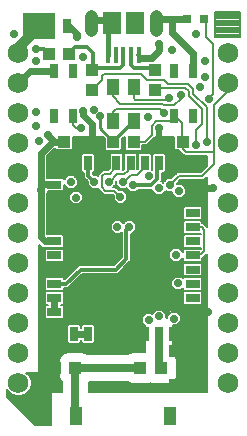
<source format=gtl>
G75*
G70*
%OFA0B0*%
%FSLAX24Y24*%
%IPPOS*%
%LPD*%
%AMOC8*
5,1,8,0,0,1.08239X$1,22.5*
%
%ADD10R,0.0433X0.0394*%
%ADD11R,0.0157X0.0531*%
%ADD12R,0.0591X0.0748*%
%ADD13C,0.0433*%
%ADD14R,0.0472X0.0472*%
%ADD15R,0.0472X0.0276*%
%ADD16R,0.0276X0.0472*%
%ADD17R,0.0945X0.0748*%
%ADD18R,0.0256X0.0492*%
%ADD19R,0.0394X0.0433*%
%ADD20R,0.0315X0.0315*%
%ADD21R,0.0433X0.0551*%
%ADD22R,0.0709X0.0413*%
%ADD23R,0.0413X0.0394*%
%ADD24R,0.0394X0.0591*%
%ADD25C,0.0690*%
%ADD26R,0.1050X0.0900*%
%ADD27R,0.0300X0.0500*%
%ADD28C,0.0278*%
%ADD29C,0.0080*%
%ADD30C,0.0060*%
%ADD31C,0.0240*%
%ADD32C,0.0200*%
%ADD33C,0.0160*%
%ADD34C,0.0320*%
%ADD35C,0.0120*%
%ADD36C,0.0100*%
%ADD37C,0.0250*%
D10*
X002958Y002255D03*
X003627Y002255D03*
X005808Y002255D03*
X006477Y002255D03*
X006558Y009805D03*
X007227Y009805D03*
X006293Y011520D03*
X006293Y012190D03*
X004193Y012190D03*
X004193Y011520D03*
X003927Y009805D03*
X003258Y009805D03*
D11*
X004731Y012702D03*
X004987Y012702D03*
X005243Y012702D03*
X005499Y012702D03*
X005755Y012702D03*
D12*
X005637Y013755D03*
X004849Y013751D03*
D13*
X004150Y013538D02*
X004150Y013972D01*
X006335Y013972D02*
X006335Y013538D01*
D14*
X007546Y009098D03*
X007546Y003389D03*
X002940Y003389D03*
X002940Y009098D03*
D15*
X002940Y008369D03*
X002940Y007897D03*
X002940Y007424D03*
X002940Y006952D03*
X002940Y006479D03*
X002940Y006007D03*
X002940Y005535D03*
X002940Y005062D03*
X002940Y004590D03*
X002940Y004117D03*
X007546Y004117D03*
X007546Y004590D03*
X007546Y005062D03*
X007546Y005535D03*
X007546Y006007D03*
X007546Y006479D03*
X007546Y006952D03*
X007546Y007424D03*
X007546Y007897D03*
X007546Y008369D03*
D16*
X006896Y009098D03*
X006424Y009098D03*
X005951Y009098D03*
X005479Y009098D03*
X005007Y009098D03*
X004534Y009098D03*
X004062Y009098D03*
X003589Y009098D03*
X003589Y003389D03*
X004062Y003389D03*
X004534Y003389D03*
X005007Y003389D03*
X005479Y003389D03*
X005951Y003389D03*
X006424Y003389D03*
X006896Y003389D03*
D17*
X006089Y004826D03*
X006089Y006243D03*
X006089Y007661D03*
X004396Y007661D03*
X004396Y006243D03*
X004396Y004826D03*
D18*
X003548Y010667D03*
X002938Y010667D03*
X002938Y012143D03*
X003548Y012143D03*
X006938Y012143D03*
X007548Y012143D03*
X007548Y010667D03*
X006938Y010667D03*
D19*
X005577Y009805D03*
X004908Y009805D03*
X003427Y012725D03*
X002758Y012725D03*
D20*
X007348Y013885D03*
X007938Y013885D03*
D21*
X005597Y011626D03*
X005597Y010484D03*
X004888Y010484D03*
X004888Y011626D03*
D22*
X007093Y002836D03*
X007093Y001674D03*
D23*
X006491Y002255D03*
D24*
X006808Y000655D03*
X003658Y000655D03*
D25*
X001743Y001755D03*
X001743Y002755D03*
X001743Y003755D03*
X001743Y004755D03*
X001743Y005755D03*
X001743Y006755D03*
X001743Y007755D03*
X001743Y008755D03*
X001743Y009755D03*
X001743Y010755D03*
X001743Y011755D03*
X001743Y012755D03*
X008743Y012755D03*
X008743Y011755D03*
X008743Y010755D03*
X008743Y009755D03*
X008743Y008755D03*
X008743Y007755D03*
X008743Y006755D03*
X008743Y005755D03*
X008743Y004755D03*
X008743Y003755D03*
X008743Y002755D03*
X008743Y001755D03*
D26*
X002443Y013655D03*
D27*
X003368Y013655D03*
D28*
X003693Y013305D03*
X003893Y012635D03*
X003903Y010835D03*
X004273Y010855D03*
X004473Y010655D03*
X003841Y010253D03*
X003492Y008445D03*
X003663Y007935D03*
X004273Y008455D03*
X004753Y008465D03*
X005143Y007945D03*
X005083Y007435D03*
X005043Y006955D03*
X005443Y006955D03*
X005943Y007075D03*
X006433Y008245D03*
X006663Y008675D03*
X006793Y008355D03*
X007093Y008155D03*
X007673Y009695D03*
X008013Y009805D03*
X008093Y011235D03*
X007803Y011635D03*
X007963Y011955D03*
X007953Y012475D03*
X007673Y013395D03*
X006853Y012865D03*
X006443Y013055D03*
X007153Y011345D03*
X006773Y011265D03*
X006593Y010745D03*
X006443Y010245D03*
X006073Y010635D03*
X006083Y008655D03*
X005563Y008345D03*
X005233Y008455D03*
X006993Y006025D03*
X007063Y005075D03*
X007083Y004585D03*
X006923Y003905D03*
X006433Y003975D03*
X006083Y003865D03*
X005973Y005415D03*
X005063Y004475D03*
X005343Y001605D03*
X004293Y001605D03*
X003043Y001605D03*
X002693Y001205D03*
X002693Y000505D03*
X002143Y000755D03*
X001743Y001155D03*
X002543Y002865D03*
X002493Y008175D03*
X002443Y009825D03*
X002713Y010035D03*
X002343Y010315D03*
X002343Y010785D03*
X002343Y012505D03*
X002343Y012895D03*
X001603Y013375D03*
X008073Y004115D03*
X007793Y001605D03*
X006443Y001605D03*
X008243Y008255D03*
D29*
X007873Y008645D02*
X008273Y009045D01*
X008273Y009445D01*
X007333Y009445D01*
X007227Y009550D01*
X007227Y009805D01*
X007203Y009830D01*
X007203Y010435D01*
X006971Y010667D01*
X006938Y010667D01*
X006938Y010495D01*
X006343Y010495D01*
X006183Y010335D01*
X006183Y010025D01*
X005963Y009805D01*
X005577Y009805D01*
X005479Y009098D02*
X005479Y008971D01*
X005383Y008875D01*
X005383Y008835D01*
X005263Y008715D01*
X005043Y008715D01*
X004793Y008465D01*
X004753Y008465D01*
X004783Y008735D02*
X004603Y008735D01*
X004513Y008645D01*
X004513Y008275D01*
X004633Y008155D01*
X004933Y008155D01*
X005143Y007945D01*
X005233Y008455D02*
X005263Y008455D01*
X005483Y008675D01*
X005683Y008675D01*
X005863Y008855D01*
X005863Y009009D01*
X005951Y009098D01*
X006327Y009194D02*
X006424Y009098D01*
X007083Y008645D02*
X006793Y008355D01*
X007083Y008645D02*
X007873Y008645D01*
X008273Y009445D02*
X008273Y011025D01*
X008743Y011495D01*
X008743Y011755D01*
X008243Y011385D02*
X008093Y011235D01*
X008243Y011385D02*
X008243Y013055D01*
X007993Y013305D01*
X007993Y013830D01*
X007938Y013885D01*
X008293Y013914D02*
X009123Y013914D01*
X009123Y013836D02*
X008293Y013836D01*
X008293Y013757D02*
X009123Y013757D01*
X009123Y013679D02*
X008293Y013679D01*
X008293Y013600D02*
X009123Y013600D01*
X009123Y013522D02*
X008293Y013522D01*
X008293Y013443D02*
X009123Y013443D01*
X009123Y013365D02*
X008293Y013365D01*
X008293Y013305D02*
X009123Y013305D01*
X009123Y014135D01*
X008293Y014135D01*
X008293Y013305D01*
X008293Y013993D02*
X009123Y013993D01*
X009123Y014071D02*
X008293Y014071D01*
X007383Y011735D02*
X007563Y011555D01*
X007563Y011395D01*
X008013Y010945D01*
X008013Y009805D01*
X007673Y009695D02*
X007673Y010195D01*
X007853Y010375D01*
X007853Y010895D01*
X007423Y011325D01*
X007423Y011475D01*
X007303Y011595D01*
X006387Y011595D01*
X006377Y011605D01*
X006337Y011565D02*
X006293Y011520D01*
X006292Y011520D02*
X006294Y011537D01*
X006298Y011553D01*
X006306Y011567D01*
X006317Y011580D01*
X006330Y011591D01*
X006344Y011599D01*
X006360Y011603D01*
X006377Y011605D01*
X006593Y011855D02*
X006713Y011735D01*
X007383Y011735D01*
X007153Y011345D02*
X007153Y011225D01*
X006943Y011015D01*
X006583Y011015D01*
X006543Y011055D01*
X005143Y011055D01*
X004888Y011309D01*
X004888Y011626D01*
X004543Y011870D02*
X004543Y012005D01*
X004593Y012055D01*
X005843Y012055D01*
X006043Y011855D01*
X006593Y011855D01*
X006773Y011265D02*
X006713Y011205D01*
X005643Y011205D01*
X005597Y011251D01*
X005597Y011626D01*
X004993Y010905D02*
X006453Y010905D01*
X006593Y010765D01*
X006593Y010745D01*
X004993Y010905D02*
X004888Y010801D01*
X004888Y010484D01*
X004443Y009495D02*
X004513Y009425D01*
X004513Y009119D01*
X004534Y009098D01*
X004493Y009056D01*
X004493Y008905D01*
X004783Y008735D02*
X004933Y008885D01*
X004933Y009024D01*
X004443Y009495D02*
X003933Y009495D01*
X003927Y009500D01*
X003927Y009805D01*
X003933Y009495D02*
X003663Y009495D01*
X003583Y009415D01*
X003583Y009104D01*
X002946Y009104D01*
X002940Y009098D01*
X003583Y009104D02*
X003589Y009098D01*
X003593Y009101D01*
X003655Y010253D02*
X003553Y010355D01*
X003553Y010662D01*
X003548Y010667D01*
X003543Y010662D01*
X003655Y010253D02*
X003841Y010253D01*
X004163Y011490D02*
X004193Y011520D01*
X004543Y011870D01*
X002940Y007897D02*
X002940Y007424D01*
X004160Y007424D01*
X004396Y007661D01*
X002940Y007424D02*
X002940Y006952D01*
X003010Y005605D02*
X002793Y005605D01*
X002543Y005355D01*
X002543Y003555D01*
X002693Y003405D01*
X002924Y003405D01*
X002940Y003389D01*
X002947Y005055D02*
X002940Y005062D01*
X002940Y005535D02*
X003010Y005605D01*
X004534Y003564D02*
X004534Y003389D01*
X005007Y003389D01*
X005479Y003389D01*
X005951Y003389D01*
X006477Y002255D02*
X006491Y002255D01*
X007546Y003389D02*
X007546Y003452D01*
X007546Y004117D02*
X007305Y004117D01*
X007546Y006007D02*
X007594Y006055D01*
X007843Y006055D01*
X007943Y006155D01*
X007943Y006855D01*
X007846Y006952D01*
X007546Y006952D01*
X006127Y006205D02*
X006089Y006243D01*
D30*
X001353Y001560D02*
X001353Y001301D01*
X002288Y000365D01*
X002843Y000365D01*
X002843Y002105D01*
X002008Y002105D01*
X002112Y002001D01*
X002178Y001842D01*
X002178Y001668D01*
X002112Y001509D01*
X001989Y001386D01*
X001829Y001320D01*
X001656Y001320D01*
X001496Y001386D01*
X001374Y001509D01*
X001353Y001560D01*
X001353Y001542D02*
X001360Y001542D01*
X001353Y001484D02*
X001399Y001484D01*
X001353Y001425D02*
X001458Y001425D01*
X001544Y001367D02*
X001353Y001367D01*
X001353Y001308D02*
X002843Y001308D01*
X002843Y001250D02*
X001404Y001250D01*
X001462Y001191D02*
X002843Y001191D01*
X002843Y001133D02*
X001521Y001133D01*
X001579Y001074D02*
X002843Y001074D01*
X002843Y001016D02*
X001638Y001016D01*
X001696Y000957D02*
X002843Y000957D01*
X002843Y000899D02*
X001755Y000899D01*
X001813Y000840D02*
X002843Y000840D01*
X002843Y000782D02*
X001872Y000782D01*
X001930Y000723D02*
X002843Y000723D01*
X002843Y000665D02*
X001989Y000665D01*
X002047Y000606D02*
X002843Y000606D01*
X002843Y000548D02*
X002106Y000548D01*
X002164Y000489D02*
X002843Y000489D01*
X002843Y000431D02*
X002223Y000431D01*
X002281Y000372D02*
X002843Y000372D01*
X002843Y001367D02*
X001942Y001367D01*
X002028Y001425D02*
X002843Y001425D01*
X002843Y001484D02*
X002086Y001484D01*
X002125Y001542D02*
X002843Y001542D01*
X002843Y001601D02*
X002150Y001601D01*
X002174Y001659D02*
X002843Y001659D01*
X002843Y001718D02*
X002178Y001718D01*
X002178Y001776D02*
X002843Y001776D01*
X002843Y001835D02*
X002178Y001835D01*
X002156Y001893D02*
X002843Y001893D01*
X002843Y001952D02*
X002132Y001952D01*
X002103Y002010D02*
X002843Y002010D01*
X002843Y002069D02*
X002044Y002069D01*
X002443Y002069D02*
X003081Y002069D01*
X003081Y002127D02*
X002443Y002127D01*
X002443Y002186D02*
X003081Y002186D01*
X003081Y002244D02*
X002443Y002244D01*
X002443Y002303D02*
X003081Y002303D01*
X003081Y002361D02*
X002443Y002361D01*
X002443Y002420D02*
X003081Y002420D01*
X003081Y002478D02*
X002443Y002478D01*
X002443Y002537D02*
X003089Y002537D01*
X003081Y002517D02*
X003081Y001993D01*
X003131Y001871D01*
X003188Y001815D01*
X003188Y001455D01*
X002443Y001455D01*
X002443Y006368D01*
X002541Y006269D01*
X002648Y006269D01*
X002666Y006252D01*
X003213Y006252D01*
X003266Y006304D01*
X003266Y006654D01*
X003213Y006707D01*
X002703Y006707D01*
X002703Y008061D01*
X002722Y008080D01*
X002722Y008141D01*
X003213Y008141D01*
X003266Y008194D01*
X003266Y008347D01*
X003397Y008216D01*
X003587Y008216D01*
X003721Y008350D01*
X003721Y008540D01*
X003587Y008674D01*
X003397Y008674D01*
X003266Y008543D01*
X003266Y008544D01*
X003213Y008597D01*
X002703Y008597D01*
X002703Y009328D01*
X002952Y009577D01*
X002952Y009571D01*
X003004Y009518D01*
X003512Y009518D01*
X003565Y009571D01*
X003565Y009955D01*
X004560Y009955D01*
X004621Y009894D01*
X004621Y009551D01*
X004674Y009498D01*
X005142Y009498D01*
X005195Y009551D01*
X005195Y009880D01*
X005270Y009955D01*
X005291Y009955D01*
X005291Y009551D01*
X005343Y009498D01*
X005812Y009498D01*
X005864Y009551D01*
X005864Y009675D01*
X006017Y009675D01*
X006237Y009895D01*
X006297Y009955D01*
X006921Y009955D01*
X006921Y009571D01*
X006974Y009518D01*
X007097Y009518D01*
X007097Y009497D01*
X007203Y009391D01*
X007279Y009315D01*
X008043Y009315D01*
X008043Y008999D01*
X007819Y008775D01*
X007029Y008775D01*
X006838Y008584D01*
X006698Y008584D01*
X006564Y008450D01*
X006564Y008438D01*
X006528Y008474D01*
X006494Y008474D01*
X006523Y008503D01*
X006523Y008771D01*
X006599Y008771D01*
X006652Y008824D01*
X006652Y009371D01*
X006599Y009424D01*
X006249Y009424D01*
X006196Y009371D01*
X006196Y008866D01*
X006179Y008882D01*
X006179Y009371D01*
X006127Y009424D01*
X005776Y009424D01*
X005724Y009371D01*
X005724Y008900D01*
X005707Y008883D01*
X005707Y009371D01*
X005654Y009424D01*
X005304Y009424D01*
X005251Y009371D01*
X005251Y008887D01*
X005234Y008870D01*
X005234Y009371D01*
X005182Y009424D01*
X004832Y009424D01*
X004779Y009371D01*
X004779Y008915D01*
X004729Y008865D01*
X004549Y008865D01*
X004383Y008699D01*
X004383Y008669D01*
X004368Y008684D01*
X004256Y008684D01*
X004212Y008728D01*
X004212Y008771D01*
X004237Y008771D01*
X004289Y008824D01*
X004289Y009371D01*
X004237Y009424D01*
X003887Y009424D01*
X003834Y009371D01*
X003834Y008824D01*
X003887Y008771D01*
X003912Y008771D01*
X003912Y008604D01*
X004044Y008472D01*
X004044Y008360D01*
X004178Y008226D01*
X004368Y008226D01*
X004383Y008241D01*
X004383Y008221D01*
X004579Y008025D01*
X004879Y008025D01*
X004914Y007990D01*
X004914Y007850D01*
X005048Y007716D01*
X005238Y007716D01*
X005372Y007850D01*
X005372Y008040D01*
X005238Y008174D01*
X005098Y008174D01*
X005063Y008209D01*
X004987Y008285D01*
X004897Y008285D01*
X004982Y008370D01*
X004982Y008470D01*
X005004Y008492D01*
X005004Y008360D01*
X005138Y008226D01*
X005328Y008226D01*
X005343Y008241D01*
X005468Y008116D01*
X005658Y008116D01*
X005737Y008195D01*
X006204Y008195D01*
X006204Y008150D01*
X006338Y008016D01*
X006528Y008016D01*
X006662Y008150D01*
X006662Y008162D01*
X006698Y008126D01*
X006864Y008126D01*
X006864Y008060D01*
X006998Y007926D01*
X007188Y007926D01*
X007322Y008060D01*
X007322Y008250D01*
X007188Y008384D01*
X007022Y008384D01*
X007022Y008400D01*
X007137Y008515D01*
X007927Y008515D01*
X008043Y008631D01*
X008043Y006939D01*
X007997Y006985D01*
X007900Y007082D01*
X007872Y007082D01*
X007872Y007127D01*
X007819Y007180D01*
X007272Y007180D01*
X007220Y007127D01*
X007220Y006777D01*
X007272Y006724D01*
X007813Y006724D01*
X007813Y006707D01*
X007272Y006707D01*
X007220Y006654D01*
X007220Y006304D01*
X007272Y006252D01*
X007813Y006252D01*
X007813Y006235D01*
X007272Y006235D01*
X007220Y006182D01*
X007220Y006122D01*
X007088Y006254D01*
X006898Y006254D01*
X006764Y006120D01*
X006764Y005930D01*
X006898Y005796D01*
X007088Y005796D01*
X007220Y005928D01*
X007220Y005832D01*
X007272Y005779D01*
X007819Y005779D01*
X007872Y005832D01*
X007872Y005925D01*
X007897Y005925D01*
X007973Y006001D01*
X008043Y006071D01*
X008043Y001455D01*
X004098Y001455D01*
X004098Y001800D01*
X005383Y001800D01*
X005405Y001778D01*
X005526Y001728D01*
X006090Y001728D01*
X006143Y001750D01*
X006195Y001728D01*
X006764Y001728D01*
X006885Y001778D01*
X006978Y001871D01*
X007028Y001993D01*
X007028Y002517D01*
X006978Y002639D01*
X006885Y002732D01*
X006879Y002734D01*
X006879Y003056D01*
X006892Y003087D01*
X006892Y003676D01*
X007018Y003676D01*
X007152Y003810D01*
X007152Y004000D01*
X007018Y004134D01*
X006828Y004134D01*
X006694Y004000D01*
X006694Y003928D01*
X006662Y003941D01*
X006662Y004070D01*
X006528Y004204D01*
X006338Y004204D01*
X006204Y004070D01*
X006204Y004068D01*
X006178Y004094D01*
X005988Y004094D01*
X005854Y003960D01*
X005854Y003770D01*
X005956Y003668D01*
X005956Y003087D01*
X005969Y003056D01*
X005969Y002782D01*
X005526Y002782D01*
X005405Y002732D01*
X005383Y002710D01*
X004053Y002710D01*
X004031Y002732D01*
X003910Y002782D01*
X003345Y002782D01*
X003224Y002732D01*
X003131Y002639D01*
X003081Y002517D01*
X003113Y002595D02*
X002443Y002595D01*
X002443Y002654D02*
X003146Y002654D01*
X003204Y002712D02*
X002443Y002712D01*
X002443Y002771D02*
X003318Y002771D01*
X003414Y003063D02*
X003764Y003063D01*
X003817Y003115D01*
X003817Y003179D01*
X003834Y003179D01*
X003834Y003115D01*
X003887Y003063D01*
X004237Y003063D01*
X005966Y003063D01*
X005969Y003005D02*
X002443Y003005D01*
X002443Y003063D02*
X003414Y003063D01*
X003361Y003115D01*
X003361Y003662D01*
X003414Y003715D01*
X003764Y003715D01*
X003817Y003662D01*
X003817Y003599D01*
X003834Y003599D01*
X003834Y003662D01*
X003887Y003715D01*
X004237Y003715D01*
X004289Y003662D01*
X004289Y003115D01*
X004237Y003063D01*
X004289Y003122D02*
X005956Y003122D01*
X005956Y003180D02*
X004289Y003180D01*
X004289Y003239D02*
X005956Y003239D01*
X005956Y003297D02*
X004289Y003297D01*
X004289Y003356D02*
X005956Y003356D01*
X005956Y003414D02*
X004289Y003414D01*
X004289Y003473D02*
X005956Y003473D01*
X005956Y003531D02*
X004289Y003531D01*
X004289Y003590D02*
X005956Y003590D01*
X005956Y003648D02*
X004289Y003648D01*
X004245Y003707D02*
X005917Y003707D01*
X005859Y003765D02*
X002443Y003765D01*
X002443Y003707D02*
X003406Y003707D01*
X003361Y003648D02*
X002443Y003648D01*
X002443Y003590D02*
X003361Y003590D01*
X003361Y003531D02*
X002443Y003531D01*
X002443Y003473D02*
X003361Y003473D01*
X003361Y003414D02*
X002443Y003414D01*
X002443Y003356D02*
X003361Y003356D01*
X003361Y003297D02*
X002443Y003297D01*
X002443Y003239D02*
X003361Y003239D01*
X003361Y003180D02*
X002443Y003180D01*
X002443Y003122D02*
X003361Y003122D01*
X003765Y003063D02*
X003886Y003063D01*
X003834Y003122D02*
X003817Y003122D01*
X003937Y002771D02*
X005499Y002771D01*
X005385Y002712D02*
X004051Y002712D01*
X004098Y001776D02*
X005410Y001776D01*
X005969Y002829D02*
X002443Y002829D01*
X002443Y002888D02*
X005969Y002888D01*
X005969Y002946D02*
X002443Y002946D01*
X002443Y003824D02*
X005854Y003824D01*
X005854Y003882D02*
X002443Y003882D01*
X002443Y003941D02*
X002615Y003941D01*
X002613Y003942D02*
X002666Y003889D01*
X003213Y003889D01*
X003266Y003942D01*
X003266Y004292D01*
X003213Y004345D01*
X003150Y004345D01*
X003150Y004362D01*
X003213Y004362D01*
X003266Y004415D01*
X003266Y004765D01*
X003213Y004817D01*
X002666Y004817D01*
X002613Y004765D01*
X002613Y004415D01*
X002666Y004362D01*
X002730Y004362D01*
X002730Y004345D01*
X002666Y004345D01*
X002613Y004292D01*
X002613Y003942D01*
X002613Y003999D02*
X002443Y003999D01*
X002443Y004058D02*
X002613Y004058D01*
X002613Y004116D02*
X002443Y004116D01*
X002443Y004175D02*
X002613Y004175D01*
X002613Y004233D02*
X002443Y004233D01*
X002443Y004292D02*
X002613Y004292D01*
X002619Y004409D02*
X002443Y004409D01*
X002443Y004467D02*
X002613Y004467D01*
X002613Y004526D02*
X002443Y004526D01*
X002443Y004584D02*
X002613Y004584D01*
X002613Y004643D02*
X002443Y004643D01*
X002443Y004701D02*
X002613Y004701D01*
X002613Y004760D02*
X002443Y004760D01*
X002443Y004818D02*
X008043Y004818D01*
X008043Y004760D02*
X007872Y004760D01*
X007872Y004765D02*
X007819Y004817D01*
X007272Y004817D01*
X007220Y004765D01*
X007220Y004415D01*
X007272Y004362D01*
X007819Y004362D01*
X007872Y004415D01*
X007872Y004765D01*
X007872Y004701D02*
X008043Y004701D01*
X008043Y004643D02*
X007872Y004643D01*
X007872Y004584D02*
X008043Y004584D01*
X008043Y004526D02*
X007872Y004526D01*
X007872Y004467D02*
X008043Y004467D01*
X008043Y004409D02*
X007866Y004409D01*
X008043Y004350D02*
X003150Y004350D01*
X003260Y004409D02*
X007226Y004409D01*
X007220Y004467D02*
X003266Y004467D01*
X003266Y004526D02*
X007220Y004526D01*
X007220Y004584D02*
X003266Y004584D01*
X003266Y004643D02*
X007220Y004643D01*
X007220Y004701D02*
X003266Y004701D01*
X003266Y004760D02*
X007220Y004760D01*
X007272Y004834D02*
X007220Y004887D01*
X007220Y004908D01*
X007158Y004846D01*
X006968Y004846D01*
X006834Y004980D01*
X006834Y005170D01*
X006968Y005304D01*
X007158Y005304D01*
X007222Y005240D01*
X007272Y005290D01*
X007819Y005290D01*
X007872Y005237D01*
X007872Y004887D01*
X007819Y004834D01*
X007272Y004834D01*
X007230Y004877D02*
X007188Y004877D01*
X006937Y004877D02*
X003255Y004877D01*
X003266Y004887D02*
X003266Y004912D01*
X003402Y004912D01*
X003875Y005385D01*
X005045Y005385D01*
X005405Y005745D01*
X005493Y005833D01*
X005493Y006726D01*
X005538Y006726D01*
X005672Y006860D01*
X005672Y007050D01*
X005538Y007184D01*
X005348Y007184D01*
X005243Y007079D01*
X005138Y007184D01*
X004948Y007184D01*
X004814Y007050D01*
X004814Y006860D01*
X004948Y006726D01*
X005138Y006726D01*
X005193Y006781D01*
X005193Y005957D01*
X004921Y005685D01*
X003751Y005685D01*
X003663Y005597D01*
X003278Y005212D01*
X003266Y005212D01*
X003266Y005237D01*
X003213Y005290D01*
X002666Y005290D01*
X002613Y005237D01*
X002613Y004887D01*
X002666Y004834D01*
X003213Y004834D01*
X003266Y004887D01*
X003425Y004935D02*
X006879Y004935D01*
X006834Y004994D02*
X003483Y004994D01*
X003542Y005052D02*
X006834Y005052D01*
X006834Y005111D02*
X003600Y005111D01*
X003659Y005169D02*
X006834Y005169D01*
X006891Y005228D02*
X003717Y005228D01*
X003776Y005286D02*
X006950Y005286D01*
X007176Y005286D02*
X007269Y005286D01*
X007272Y005307D02*
X007220Y005359D01*
X007220Y005710D01*
X007272Y005762D01*
X007819Y005762D01*
X007872Y005710D01*
X007872Y005359D01*
X007819Y005307D01*
X007272Y005307D01*
X007235Y005345D02*
X003834Y005345D01*
X003644Y005579D02*
X002443Y005579D01*
X002443Y005637D02*
X003703Y005637D01*
X003586Y005520D02*
X002443Y005520D01*
X002443Y005462D02*
X003527Y005462D01*
X003469Y005403D02*
X002443Y005403D01*
X002443Y005345D02*
X003410Y005345D01*
X003352Y005286D02*
X003217Y005286D01*
X003266Y005228D02*
X003293Y005228D01*
X003213Y005779D02*
X003266Y005832D01*
X003266Y006182D01*
X003213Y006235D01*
X002666Y006235D01*
X002613Y006182D01*
X002613Y005832D01*
X002666Y005779D01*
X003213Y005779D01*
X003247Y005813D02*
X005048Y005813D01*
X005107Y005871D02*
X003266Y005871D01*
X003266Y005930D02*
X005165Y005930D01*
X005193Y005988D02*
X003266Y005988D01*
X003266Y006047D02*
X005193Y006047D01*
X005193Y006105D02*
X003266Y006105D01*
X003266Y006164D02*
X005193Y006164D01*
X005193Y006222D02*
X003226Y006222D01*
X003242Y006281D02*
X005193Y006281D01*
X005193Y006339D02*
X003266Y006339D01*
X003266Y006398D02*
X005193Y006398D01*
X005193Y006456D02*
X003266Y006456D01*
X003266Y006515D02*
X005193Y006515D01*
X005193Y006573D02*
X003266Y006573D01*
X003266Y006632D02*
X005193Y006632D01*
X005193Y006690D02*
X003230Y006690D01*
X002703Y006749D02*
X004925Y006749D01*
X004867Y006807D02*
X002703Y006807D01*
X002703Y006866D02*
X004814Y006866D01*
X004814Y006924D02*
X002703Y006924D01*
X002703Y006983D02*
X004814Y006983D01*
X004814Y007041D02*
X002703Y007041D01*
X002703Y007100D02*
X004863Y007100D01*
X004922Y007158D02*
X002703Y007158D01*
X002703Y007217D02*
X007252Y007217D01*
X007272Y007196D02*
X007220Y007249D01*
X007220Y007599D01*
X007272Y007652D01*
X007819Y007652D01*
X007872Y007599D01*
X007872Y007249D01*
X007819Y007196D01*
X007272Y007196D01*
X007251Y007158D02*
X005564Y007158D01*
X005622Y007100D02*
X007220Y007100D01*
X007220Y007041D02*
X005672Y007041D01*
X005672Y006983D02*
X007220Y006983D01*
X007220Y006924D02*
X005672Y006924D01*
X005672Y006866D02*
X007220Y006866D01*
X007220Y006807D02*
X005619Y006807D01*
X005560Y006749D02*
X007248Y006749D01*
X007255Y006690D02*
X005493Y006690D01*
X005493Y006632D02*
X007220Y006632D01*
X007220Y006573D02*
X005493Y006573D01*
X005493Y006515D02*
X007220Y006515D01*
X007220Y006456D02*
X005493Y006456D01*
X005493Y006398D02*
X007220Y006398D01*
X007220Y006339D02*
X005493Y006339D01*
X005493Y006281D02*
X007244Y006281D01*
X007260Y006222D02*
X007120Y006222D01*
X007178Y006164D02*
X007220Y006164D01*
X007220Y005871D02*
X007163Y005871D01*
X007104Y005813D02*
X007239Y005813D01*
X007264Y005754D02*
X005414Y005754D01*
X005472Y005813D02*
X006881Y005813D01*
X006823Y005871D02*
X005493Y005871D01*
X005493Y005930D02*
X006764Y005930D01*
X006764Y005988D02*
X005493Y005988D01*
X005493Y006047D02*
X006764Y006047D01*
X006764Y006105D02*
X005493Y006105D01*
X005493Y006164D02*
X006807Y006164D01*
X006866Y006222D02*
X005493Y006222D01*
X005355Y005696D02*
X007220Y005696D01*
X007220Y005637D02*
X005297Y005637D01*
X005238Y005579D02*
X007220Y005579D01*
X007220Y005520D02*
X005180Y005520D01*
X005121Y005462D02*
X007220Y005462D01*
X007220Y005403D02*
X005063Y005403D01*
X004931Y005696D02*
X002443Y005696D01*
X002443Y005754D02*
X004990Y005754D01*
X005160Y006749D02*
X005193Y006749D01*
X005222Y007100D02*
X005263Y007100D01*
X005322Y007158D02*
X005164Y007158D01*
X005265Y007743D02*
X008043Y007743D01*
X008043Y007685D02*
X002703Y007685D01*
X002703Y007743D02*
X003531Y007743D01*
X003568Y007706D02*
X003758Y007706D01*
X003892Y007840D01*
X003892Y008030D01*
X003758Y008164D01*
X003568Y008164D01*
X003434Y008030D01*
X003434Y007840D01*
X003568Y007706D01*
X003472Y007802D02*
X002703Y007802D01*
X002703Y007860D02*
X003434Y007860D01*
X003434Y007919D02*
X002703Y007919D01*
X002703Y007977D02*
X003434Y007977D01*
X003439Y008036D02*
X002703Y008036D01*
X002722Y008094D02*
X003498Y008094D01*
X003556Y008153D02*
X003224Y008153D01*
X003266Y008211D02*
X004393Y008211D01*
X004451Y008153D02*
X003769Y008153D01*
X003828Y008094D02*
X004510Y008094D01*
X004568Y008036D02*
X003886Y008036D01*
X003892Y007977D02*
X004914Y007977D01*
X004914Y007919D02*
X003892Y007919D01*
X003892Y007860D02*
X004914Y007860D01*
X004962Y007802D02*
X003853Y007802D01*
X003795Y007743D02*
X005021Y007743D01*
X005323Y007802D02*
X008043Y007802D01*
X008043Y007860D02*
X005372Y007860D01*
X005372Y007919D02*
X008043Y007919D01*
X008043Y007977D02*
X007239Y007977D01*
X007297Y008036D02*
X008043Y008036D01*
X008043Y008094D02*
X007322Y008094D01*
X007322Y008153D02*
X008043Y008153D01*
X008043Y008211D02*
X007322Y008211D01*
X007302Y008270D02*
X008043Y008270D01*
X008043Y008328D02*
X007244Y008328D01*
X007125Y008504D02*
X008043Y008504D01*
X008043Y008562D02*
X007974Y008562D01*
X008032Y008621D02*
X008043Y008621D01*
X008043Y008445D02*
X007067Y008445D01*
X007022Y008387D02*
X008043Y008387D01*
X007840Y008796D02*
X006624Y008796D01*
X006652Y008855D02*
X007898Y008855D01*
X007957Y008913D02*
X006652Y008913D01*
X006652Y008972D02*
X008015Y008972D01*
X008043Y009030D02*
X006652Y009030D01*
X006652Y009089D02*
X008043Y009089D01*
X008043Y009147D02*
X006652Y009147D01*
X006652Y009206D02*
X008043Y009206D01*
X008043Y009264D02*
X006652Y009264D01*
X006652Y009323D02*
X007271Y009323D01*
X007213Y009381D02*
X006642Y009381D01*
X006935Y009557D02*
X005864Y009557D01*
X005864Y009615D02*
X006921Y009615D01*
X006921Y009674D02*
X005864Y009674D01*
X006074Y009732D02*
X006921Y009732D01*
X006921Y009791D02*
X006132Y009791D01*
X006191Y009849D02*
X006921Y009849D01*
X006921Y009908D02*
X006249Y009908D01*
X006237Y009895D02*
X006237Y009895D01*
X006206Y009381D02*
X006169Y009381D01*
X006179Y009323D02*
X006196Y009323D01*
X006196Y009264D02*
X006179Y009264D01*
X006179Y009206D02*
X006196Y009206D01*
X006196Y009147D02*
X006179Y009147D01*
X006179Y009089D02*
X006196Y009089D01*
X006196Y009030D02*
X006179Y009030D01*
X006179Y008972D02*
X006196Y008972D01*
X006196Y008913D02*
X006179Y008913D01*
X006523Y008738D02*
X006991Y008738D01*
X006933Y008679D02*
X006523Y008679D01*
X006523Y008621D02*
X006874Y008621D01*
X006676Y008562D02*
X006523Y008562D01*
X006523Y008504D02*
X006617Y008504D01*
X006564Y008445D02*
X006557Y008445D01*
X006662Y008153D02*
X006671Y008153D01*
X006606Y008094D02*
X006864Y008094D01*
X006888Y008036D02*
X006547Y008036D01*
X006318Y008036D02*
X005372Y008036D01*
X005372Y007977D02*
X006947Y007977D01*
X007246Y007626D02*
X002703Y007626D01*
X002703Y007568D02*
X007220Y007568D01*
X007220Y007509D02*
X002703Y007509D01*
X002703Y007451D02*
X007220Y007451D01*
X007220Y007392D02*
X002703Y007392D01*
X002703Y007334D02*
X007220Y007334D01*
X007220Y007275D02*
X002703Y007275D01*
X002472Y006339D02*
X002443Y006339D01*
X002443Y006281D02*
X002530Y006281D01*
X002443Y006222D02*
X002653Y006222D01*
X002613Y006164D02*
X002443Y006164D01*
X002443Y006105D02*
X002613Y006105D01*
X002613Y006047D02*
X002443Y006047D01*
X002443Y005988D02*
X002613Y005988D01*
X002613Y005930D02*
X002443Y005930D01*
X002443Y005871D02*
X002613Y005871D01*
X002633Y005813D02*
X002443Y005813D01*
X002443Y005286D02*
X002662Y005286D01*
X002613Y005228D02*
X002443Y005228D01*
X002443Y005169D02*
X002613Y005169D01*
X002613Y005111D02*
X002443Y005111D01*
X002443Y005052D02*
X002613Y005052D01*
X002613Y004994D02*
X002443Y004994D01*
X002443Y004935D02*
X002613Y004935D01*
X002624Y004877D02*
X002443Y004877D01*
X002443Y004350D02*
X002730Y004350D01*
X003266Y004292D02*
X008043Y004292D01*
X008043Y004233D02*
X003266Y004233D01*
X003266Y004175D02*
X006308Y004175D01*
X006250Y004116D02*
X003266Y004116D01*
X003266Y004058D02*
X005951Y004058D01*
X005893Y003999D02*
X003266Y003999D01*
X003264Y003941D02*
X005854Y003941D01*
X006557Y004175D02*
X008043Y004175D01*
X008043Y004116D02*
X007036Y004116D01*
X007094Y004058D02*
X008043Y004058D01*
X008043Y003999D02*
X007152Y003999D01*
X007152Y003941D02*
X008043Y003941D01*
X008043Y003882D02*
X007152Y003882D01*
X007152Y003824D02*
X008043Y003824D01*
X008043Y003765D02*
X007107Y003765D01*
X007048Y003707D02*
X008043Y003707D01*
X008043Y003648D02*
X006892Y003648D01*
X006892Y003590D02*
X008043Y003590D01*
X008043Y003531D02*
X006892Y003531D01*
X006892Y003473D02*
X008043Y003473D01*
X008043Y003414D02*
X006892Y003414D01*
X006892Y003356D02*
X008043Y003356D01*
X008043Y003297D02*
X006892Y003297D01*
X006892Y003239D02*
X008043Y003239D01*
X008043Y003180D02*
X006892Y003180D01*
X006892Y003122D02*
X008043Y003122D01*
X008043Y003063D02*
X006882Y003063D01*
X006879Y003005D02*
X008043Y003005D01*
X008043Y002946D02*
X006879Y002946D01*
X006879Y002888D02*
X008043Y002888D01*
X008043Y002829D02*
X006879Y002829D01*
X006879Y002771D02*
X008043Y002771D01*
X008043Y002712D02*
X006905Y002712D01*
X006963Y002654D02*
X008043Y002654D01*
X008043Y002595D02*
X006996Y002595D01*
X007020Y002537D02*
X008043Y002537D01*
X008043Y002478D02*
X007028Y002478D01*
X007028Y002420D02*
X008043Y002420D01*
X008043Y002361D02*
X007028Y002361D01*
X007028Y002303D02*
X008043Y002303D01*
X008043Y002244D02*
X007028Y002244D01*
X007028Y002186D02*
X008043Y002186D01*
X008043Y002127D02*
X007028Y002127D01*
X007028Y002069D02*
X008043Y002069D01*
X008043Y002010D02*
X007028Y002010D01*
X007011Y001952D02*
X008043Y001952D01*
X008043Y001893D02*
X006987Y001893D01*
X006941Y001835D02*
X008043Y001835D01*
X008043Y001776D02*
X006879Y001776D01*
X008043Y001718D02*
X004098Y001718D01*
X004098Y001659D02*
X008043Y001659D01*
X008043Y001601D02*
X004098Y001601D01*
X004098Y001542D02*
X008043Y001542D01*
X008043Y001484D02*
X004098Y001484D01*
X003188Y001484D02*
X002443Y001484D01*
X002443Y001542D02*
X003188Y001542D01*
X003188Y001601D02*
X002443Y001601D01*
X002443Y001659D02*
X003188Y001659D01*
X003188Y001718D02*
X002443Y001718D01*
X002443Y001776D02*
X003188Y001776D01*
X003168Y001835D02*
X002443Y001835D01*
X002443Y001893D02*
X003122Y001893D01*
X003098Y001952D02*
X002443Y001952D01*
X002443Y002010D02*
X003081Y002010D01*
X003817Y003648D02*
X003834Y003648D01*
X003878Y003707D02*
X003773Y003707D01*
X005318Y008094D02*
X006260Y008094D01*
X006204Y008153D02*
X005694Y008153D01*
X005431Y008153D02*
X005259Y008153D01*
X005373Y008211D02*
X005061Y008211D01*
X005094Y008270D02*
X005002Y008270D01*
X005036Y008328D02*
X004940Y008328D01*
X004982Y008387D02*
X005004Y008387D01*
X005004Y008445D02*
X004982Y008445D01*
X004777Y008913D02*
X004289Y008913D01*
X004289Y008855D02*
X004538Y008855D01*
X004480Y008796D02*
X004262Y008796D01*
X004212Y008738D02*
X004421Y008738D01*
X004383Y008679D02*
X004373Y008679D01*
X004289Y008972D02*
X004779Y008972D01*
X004779Y009030D02*
X004289Y009030D01*
X004289Y009089D02*
X004779Y009089D01*
X004779Y009147D02*
X004289Y009147D01*
X004289Y009206D02*
X004779Y009206D01*
X004779Y009264D02*
X004289Y009264D01*
X004289Y009323D02*
X004779Y009323D01*
X004789Y009381D02*
X004279Y009381D01*
X004621Y009557D02*
X003550Y009557D01*
X003565Y009615D02*
X004621Y009615D01*
X004621Y009674D02*
X003565Y009674D01*
X003565Y009732D02*
X004621Y009732D01*
X004621Y009791D02*
X003565Y009791D01*
X003565Y009849D02*
X004621Y009849D01*
X004608Y009908D02*
X003565Y009908D01*
X003844Y009381D02*
X002756Y009381D01*
X002703Y009323D02*
X003834Y009323D01*
X003834Y009264D02*
X002703Y009264D01*
X002703Y009206D02*
X003834Y009206D01*
X003834Y009147D02*
X002703Y009147D01*
X002703Y009089D02*
X003834Y009089D01*
X003834Y009030D02*
X002703Y009030D01*
X002703Y008972D02*
X003834Y008972D01*
X003834Y008913D02*
X002703Y008913D01*
X002703Y008855D02*
X003834Y008855D01*
X003862Y008796D02*
X002703Y008796D01*
X002703Y008738D02*
X003912Y008738D01*
X003912Y008679D02*
X002703Y008679D01*
X002703Y008621D02*
X003343Y008621D01*
X003285Y008562D02*
X003248Y008562D01*
X003266Y008328D02*
X003285Y008328D01*
X003266Y008270D02*
X003343Y008270D01*
X003640Y008270D02*
X004134Y008270D01*
X004076Y008328D02*
X003699Y008328D01*
X003721Y008387D02*
X004044Y008387D01*
X004044Y008445D02*
X003721Y008445D01*
X003721Y008504D02*
X004012Y008504D01*
X003954Y008562D02*
X003699Y008562D01*
X003640Y008621D02*
X003912Y008621D01*
X002966Y009557D02*
X002931Y009557D01*
X002873Y009498D02*
X007097Y009498D01*
X007154Y009440D02*
X002814Y009440D01*
X005195Y009557D02*
X005291Y009557D01*
X005291Y009615D02*
X005195Y009615D01*
X005195Y009674D02*
X005291Y009674D01*
X005291Y009732D02*
X005195Y009732D01*
X005195Y009791D02*
X005291Y009791D01*
X005291Y009849D02*
X005195Y009849D01*
X005223Y009908D02*
X005291Y009908D01*
X005261Y009381D02*
X005224Y009381D01*
X005234Y009323D02*
X005251Y009323D01*
X005251Y009264D02*
X005234Y009264D01*
X005234Y009206D02*
X005251Y009206D01*
X005251Y009147D02*
X005234Y009147D01*
X005234Y009089D02*
X005251Y009089D01*
X005251Y009030D02*
X005234Y009030D01*
X005234Y008972D02*
X005251Y008972D01*
X005251Y008913D02*
X005234Y008913D01*
X005707Y008913D02*
X005724Y008913D01*
X005724Y008972D02*
X005707Y008972D01*
X005707Y009030D02*
X005724Y009030D01*
X005724Y009089D02*
X005707Y009089D01*
X005707Y009147D02*
X005724Y009147D01*
X005724Y009206D02*
X005707Y009206D01*
X005707Y009264D02*
X005724Y009264D01*
X005724Y009323D02*
X005707Y009323D01*
X005697Y009381D02*
X005734Y009381D01*
X007846Y007626D02*
X008043Y007626D01*
X008043Y007568D02*
X007872Y007568D01*
X007872Y007509D02*
X008043Y007509D01*
X008043Y007451D02*
X007872Y007451D01*
X007872Y007392D02*
X008043Y007392D01*
X008043Y007334D02*
X007872Y007334D01*
X007872Y007275D02*
X008043Y007275D01*
X008043Y007217D02*
X007839Y007217D01*
X007841Y007158D02*
X008043Y007158D01*
X008043Y007100D02*
X007872Y007100D01*
X007941Y007041D02*
X008043Y007041D01*
X008043Y006983D02*
X007999Y006983D01*
X008018Y006047D02*
X008043Y006047D01*
X008043Y005988D02*
X007960Y005988D01*
X007901Y005930D02*
X008043Y005930D01*
X008043Y005871D02*
X007872Y005871D01*
X007853Y005813D02*
X008043Y005813D01*
X008043Y005754D02*
X007828Y005754D01*
X007872Y005696D02*
X008043Y005696D01*
X008043Y005637D02*
X007872Y005637D01*
X007872Y005579D02*
X008043Y005579D01*
X008043Y005520D02*
X007872Y005520D01*
X007872Y005462D02*
X008043Y005462D01*
X008043Y005403D02*
X007872Y005403D01*
X007857Y005345D02*
X008043Y005345D01*
X008043Y005286D02*
X007823Y005286D01*
X007872Y005228D02*
X008043Y005228D01*
X008043Y005169D02*
X007872Y005169D01*
X007872Y005111D02*
X008043Y005111D01*
X008043Y005052D02*
X007872Y005052D01*
X007872Y004994D02*
X008043Y004994D01*
X008043Y004935D02*
X007872Y004935D01*
X007862Y004877D02*
X008043Y004877D01*
X006810Y004116D02*
X006616Y004116D01*
X006662Y004058D02*
X006751Y004058D01*
X006694Y003999D02*
X006662Y003999D01*
X006662Y003941D02*
X006694Y003941D01*
D31*
X007546Y004117D02*
X008071Y004117D01*
X008073Y004115D01*
X007546Y007897D02*
X007546Y008369D01*
X007660Y008255D01*
X008243Y008255D01*
X007548Y012143D02*
X007548Y012750D01*
X006863Y013435D01*
X006863Y013895D01*
X006873Y013885D01*
X007348Y013885D01*
X006863Y013895D02*
X006475Y013895D01*
X006335Y013755D01*
X006443Y013055D02*
X006443Y012855D01*
X006193Y012605D01*
X005843Y012605D01*
X004731Y013843D02*
X004238Y013843D01*
X004150Y013755D01*
X003693Y013405D02*
X003693Y013305D01*
X003693Y013405D02*
X003443Y013655D01*
X003368Y013655D01*
X002938Y012143D02*
X002131Y012143D01*
X001743Y011755D01*
X002713Y010035D02*
X002943Y009805D01*
X003258Y009805D01*
X002943Y009805D02*
X002883Y009805D01*
X002493Y009415D01*
X002493Y008375D01*
X002934Y008375D01*
X002940Y008369D01*
X002493Y008375D02*
X002493Y008175D01*
X002493Y006615D01*
X002628Y006479D01*
X002940Y006479D01*
X002940Y004590D02*
X002940Y004117D01*
X003589Y003389D02*
X004062Y003389D01*
X004203Y009930D02*
X004203Y010385D01*
X003903Y010685D01*
X003903Y010835D01*
D32*
X006443Y010245D02*
X006443Y009920D01*
X006558Y009805D01*
D33*
X004731Y012702D02*
X004731Y013843D01*
D34*
X002443Y013655D02*
X002443Y013635D01*
X001743Y012935D01*
X001743Y012755D01*
D35*
X002343Y012895D02*
X002363Y012875D01*
X002608Y012875D01*
X002758Y012725D01*
X003427Y012725D02*
X003427Y012740D01*
X003643Y012955D01*
X004043Y012955D01*
X004243Y012755D01*
X004243Y012240D01*
X004193Y012190D01*
X004258Y012255D01*
X005143Y012255D01*
X005243Y012355D01*
X005243Y012702D01*
X005499Y012702D02*
X005499Y012349D01*
X005593Y012255D01*
X006227Y012255D01*
X006293Y012190D01*
X005843Y012605D02*
X005743Y012705D01*
X005743Y012704D01*
X005745Y012702D01*
X005746Y012702D01*
X005755Y012702D01*
X005597Y010484D02*
X005587Y010484D01*
X004908Y009805D01*
X005007Y009098D02*
X004933Y009024D01*
X005563Y008345D02*
X006153Y008345D01*
X006373Y008565D01*
X006373Y009046D01*
X006424Y009098D01*
X005443Y006955D02*
X005343Y006855D01*
X005343Y005895D01*
X004983Y005535D01*
X003813Y005535D01*
X003340Y005062D01*
X002940Y005062D01*
X004273Y008455D02*
X004062Y008666D01*
X004062Y009098D01*
D36*
X004908Y009805D02*
X004473Y010240D01*
X004473Y010655D01*
D37*
X006424Y003389D02*
X006424Y002309D01*
X006477Y002255D01*
X005808Y002255D02*
X003643Y002255D01*
X003627Y002255D01*
X003643Y002255D02*
X003643Y000670D01*
X003658Y000655D01*
X003658Y000655D01*
M02*

</source>
